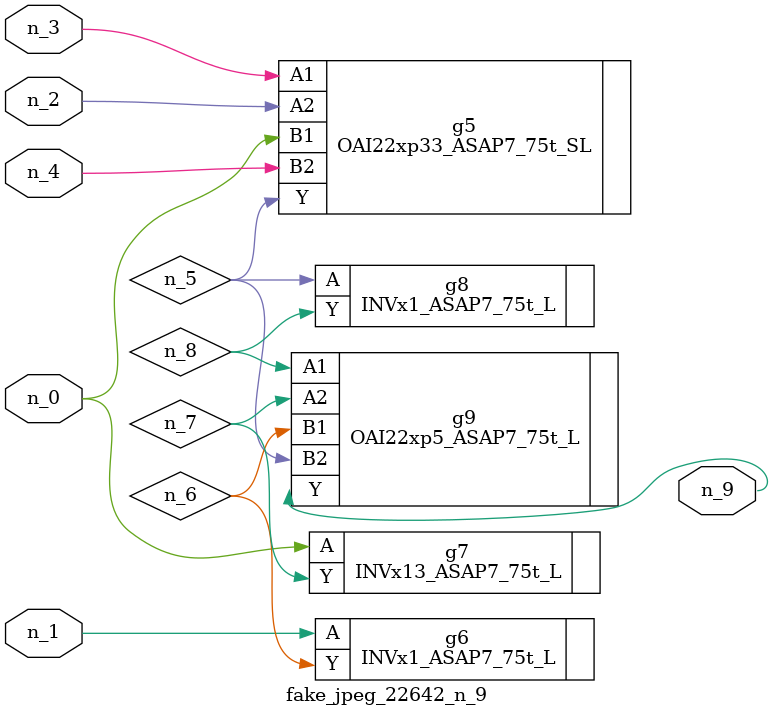
<source format=v>
module fake_jpeg_22642_n_9 (n_3, n_2, n_1, n_0, n_4, n_9);

input n_3;
input n_2;
input n_1;
input n_0;
input n_4;

output n_9;

wire n_8;
wire n_6;
wire n_5;
wire n_7;

OAI22xp33_ASAP7_75t_SL g5 ( 
.A1(n_3),
.A2(n_2),
.B1(n_0),
.B2(n_4),
.Y(n_5)
);

INVx1_ASAP7_75t_L g6 ( 
.A(n_1),
.Y(n_6)
);

INVx13_ASAP7_75t_L g7 ( 
.A(n_0),
.Y(n_7)
);

INVx1_ASAP7_75t_L g8 ( 
.A(n_5),
.Y(n_8)
);

OAI22xp5_ASAP7_75t_L g9 ( 
.A1(n_8),
.A2(n_7),
.B1(n_6),
.B2(n_5),
.Y(n_9)
);


endmodule
</source>
